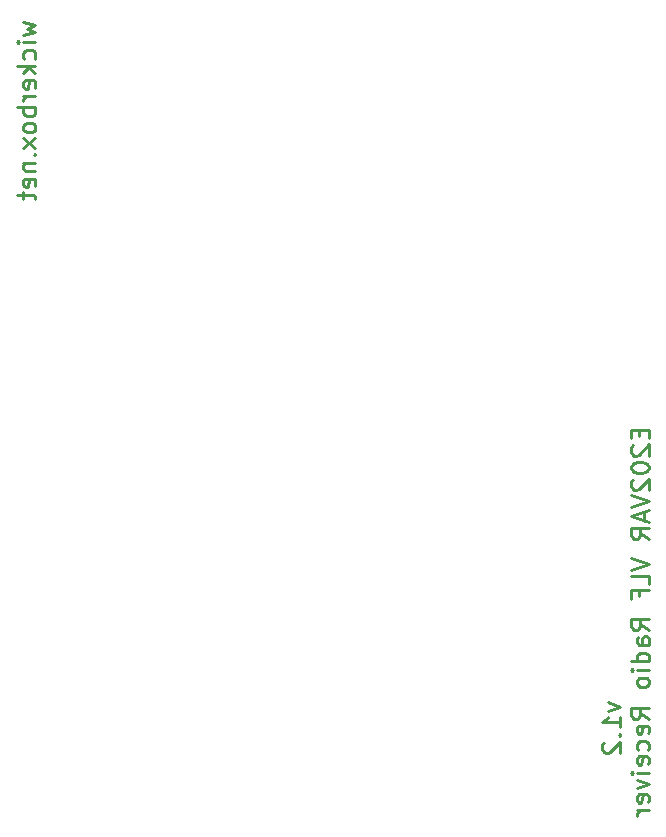
<source format=gbo>
G04 This is an RS-274x file exported by *
G04 gerbv version 2.6.0 *
G04 More information is available about gerbv at *
G04 http://gerbv.gpleda.org/ *
G04 --End of header info--*
%MOIN*%
%FSLAX34Y34*%
%IPPOS*%
G04 --Define apertures--*
%ADD10C,0.0138*%
%ADD11C,0.0100*%
G04 --Start main section--*
G54D11*
G01X0043021Y-042743D02*
G01X0043421Y-042886D01*
G01X0043421Y-042886D02*
G01X0043021Y-043029D01*
G01X0043421Y-043571D02*
G01X0043421Y-043229D01*
G01X0043421Y-043400D02*
G01X0042821Y-043400D01*
G01X0042821Y-043400D02*
G01X0042907Y-043343D01*
G01X0042907Y-043343D02*
G01X0042964Y-043286D01*
G01X0042964Y-043286D02*
G01X0042993Y-043229D01*
G01X0043364Y-043829D02*
G01X0043393Y-043857D01*
G01X0043393Y-043857D02*
G01X0043421Y-043829D01*
G01X0043421Y-043829D02*
G01X0043393Y-043800D01*
G01X0043393Y-043800D02*
G01X0043364Y-043829D01*
G01X0043364Y-043829D02*
G01X0043421Y-043829D01*
G01X0042879Y-044086D02*
G01X0042850Y-044114D01*
G01X0042850Y-044114D02*
G01X0042821Y-044171D01*
G01X0042821Y-044171D02*
G01X0042821Y-044314D01*
G01X0042821Y-044314D02*
G01X0042850Y-044371D01*
G01X0042850Y-044371D02*
G01X0042879Y-044400D01*
G01X0042879Y-044400D02*
G01X0042936Y-044429D01*
G01X0042936Y-044429D02*
G01X0042993Y-044429D01*
G01X0042993Y-044429D02*
G01X0043079Y-044400D01*
G01X0043079Y-044400D02*
G01X0043421Y-044057D01*
G01X0043421Y-044057D02*
G01X0043421Y-044429D01*
G01X0023521Y-020057D02*
G01X0023921Y-020171D01*
G01X0023921Y-020171D02*
G01X0023636Y-020286D01*
G01X0023636Y-020286D02*
G01X0023921Y-020400D01*
G01X0023921Y-020400D02*
G01X0023521Y-020514D01*
G01X0023921Y-020743D02*
G01X0023521Y-020743D01*
G01X0023321Y-020743D02*
G01X0023350Y-020714D01*
G01X0023350Y-020714D02*
G01X0023379Y-020743D01*
G01X0023379Y-020743D02*
G01X0023350Y-020771D01*
G01X0023350Y-020771D02*
G01X0023321Y-020743D01*
G01X0023321Y-020743D02*
G01X0023379Y-020743D01*
G01X0023893Y-021286D02*
G01X0023921Y-021229D01*
G01X0023921Y-021229D02*
G01X0023921Y-021114D01*
G01X0023921Y-021114D02*
G01X0023893Y-021057D01*
G01X0023893Y-021057D02*
G01X0023864Y-021029D01*
G01X0023864Y-021029D02*
G01X0023807Y-021000D01*
G01X0023807Y-021000D02*
G01X0023636Y-021000D01*
G01X0023636Y-021000D02*
G01X0023579Y-021029D01*
G01X0023579Y-021029D02*
G01X0023550Y-021057D01*
G01X0023550Y-021057D02*
G01X0023521Y-021114D01*
G01X0023521Y-021114D02*
G01X0023521Y-021229D01*
G01X0023521Y-021229D02*
G01X0023550Y-021286D01*
G01X0023921Y-021543D02*
G01X0023321Y-021543D01*
G01X0023693Y-021600D02*
G01X0023921Y-021771D01*
G01X0023521Y-021771D02*
G01X0023750Y-021543D01*
G01X0023893Y-022257D02*
G01X0023921Y-022200D01*
G01X0023921Y-022200D02*
G01X0023921Y-022086D01*
G01X0023921Y-022086D02*
G01X0023893Y-022029D01*
G01X0023893Y-022029D02*
G01X0023836Y-022000D01*
G01X0023836Y-022000D02*
G01X0023607Y-022000D01*
G01X0023607Y-022000D02*
G01X0023550Y-022029D01*
G01X0023550Y-022029D02*
G01X0023521Y-022086D01*
G01X0023521Y-022086D02*
G01X0023521Y-022200D01*
G01X0023521Y-022200D02*
G01X0023550Y-022257D01*
G01X0023550Y-022257D02*
G01X0023607Y-022286D01*
G01X0023607Y-022286D02*
G01X0023664Y-022286D01*
G01X0023664Y-022286D02*
G01X0023721Y-022000D01*
G01X0023921Y-022543D02*
G01X0023521Y-022543D01*
G01X0023636Y-022543D02*
G01X0023579Y-022571D01*
G01X0023579Y-022571D02*
G01X0023550Y-022600D01*
G01X0023550Y-022600D02*
G01X0023521Y-022657D01*
G01X0023521Y-022657D02*
G01X0023521Y-022714D01*
G01X0023921Y-022914D02*
G01X0023321Y-022914D01*
G01X0023550Y-022914D02*
G01X0023521Y-022971D01*
G01X0023521Y-022971D02*
G01X0023521Y-023086D01*
G01X0023521Y-023086D02*
G01X0023550Y-023143D01*
G01X0023550Y-023143D02*
G01X0023579Y-023171D01*
G01X0023579Y-023171D02*
G01X0023636Y-023200D01*
G01X0023636Y-023200D02*
G01X0023807Y-023200D01*
G01X0023807Y-023200D02*
G01X0023864Y-023171D01*
G01X0023864Y-023171D02*
G01X0023893Y-023143D01*
G01X0023893Y-023143D02*
G01X0023921Y-023086D01*
G01X0023921Y-023086D02*
G01X0023921Y-022971D01*
G01X0023921Y-022971D02*
G01X0023893Y-022914D01*
G01X0023921Y-023543D02*
G01X0023893Y-023486D01*
G01X0023893Y-023486D02*
G01X0023864Y-023457D01*
G01X0023864Y-023457D02*
G01X0023807Y-023429D01*
G01X0023807Y-023429D02*
G01X0023636Y-023429D01*
G01X0023636Y-023429D02*
G01X0023579Y-023457D01*
G01X0023579Y-023457D02*
G01X0023550Y-023486D01*
G01X0023550Y-023486D02*
G01X0023521Y-023543D01*
G01X0023521Y-023543D02*
G01X0023521Y-023629D01*
G01X0023521Y-023629D02*
G01X0023550Y-023686D01*
G01X0023550Y-023686D02*
G01X0023579Y-023714D01*
G01X0023579Y-023714D02*
G01X0023636Y-023743D01*
G01X0023636Y-023743D02*
G01X0023807Y-023743D01*
G01X0023807Y-023743D02*
G01X0023864Y-023714D01*
G01X0023864Y-023714D02*
G01X0023893Y-023686D01*
G01X0023893Y-023686D02*
G01X0023921Y-023629D01*
G01X0023921Y-023629D02*
G01X0023921Y-023543D01*
G01X0023921Y-023943D02*
G01X0023521Y-024257D01*
G01X0023521Y-023943D02*
G01X0023921Y-024257D01*
G01X0023864Y-024486D02*
G01X0023893Y-024514D01*
G01X0023893Y-024514D02*
G01X0023921Y-024486D01*
G01X0023921Y-024486D02*
G01X0023893Y-024457D01*
G01X0023893Y-024457D02*
G01X0023864Y-024486D01*
G01X0023864Y-024486D02*
G01X0023921Y-024486D01*
G01X0023521Y-024771D02*
G01X0023921Y-024771D01*
G01X0023579Y-024771D02*
G01X0023550Y-024800D01*
G01X0023550Y-024800D02*
G01X0023521Y-024857D01*
G01X0023521Y-024857D02*
G01X0023521Y-024943D01*
G01X0023521Y-024943D02*
G01X0023550Y-025000D01*
G01X0023550Y-025000D02*
G01X0023607Y-025029D01*
G01X0023607Y-025029D02*
G01X0023921Y-025029D01*
G01X0023893Y-025543D02*
G01X0023921Y-025486D01*
G01X0023921Y-025486D02*
G01X0023921Y-025371D01*
G01X0023921Y-025371D02*
G01X0023893Y-025314D01*
G01X0023893Y-025314D02*
G01X0023836Y-025286D01*
G01X0023836Y-025286D02*
G01X0023607Y-025286D01*
G01X0023607Y-025286D02*
G01X0023550Y-025314D01*
G01X0023550Y-025314D02*
G01X0023521Y-025371D01*
G01X0023521Y-025371D02*
G01X0023521Y-025486D01*
G01X0023521Y-025486D02*
G01X0023550Y-025543D01*
G01X0023550Y-025543D02*
G01X0023607Y-025571D01*
G01X0023607Y-025571D02*
G01X0023664Y-025571D01*
G01X0023664Y-025571D02*
G01X0023721Y-025286D01*
G01X0023521Y-025743D02*
G01X0023521Y-025971D01*
G01X0023321Y-025829D02*
G01X0023836Y-025829D01*
G01X0023836Y-025829D02*
G01X0023893Y-025857D01*
G01X0023893Y-025857D02*
G01X0023921Y-025914D01*
G01X0023921Y-025914D02*
G01X0023921Y-025971D01*
G01X0044057Y-033664D02*
G01X0044057Y-033864D01*
G01X0044371Y-033950D02*
G01X0044371Y-033664D01*
G01X0044371Y-033664D02*
G01X0043771Y-033664D01*
G01X0043771Y-033664D02*
G01X0043771Y-033950D01*
G01X0043829Y-034179D02*
G01X0043800Y-034207D01*
G01X0043800Y-034207D02*
G01X0043771Y-034264D01*
G01X0043771Y-034264D02*
G01X0043771Y-034407D01*
G01X0043771Y-034407D02*
G01X0043800Y-034464D01*
G01X0043800Y-034464D02*
G01X0043829Y-034493D01*
G01X0043829Y-034493D02*
G01X0043886Y-034521D01*
G01X0043886Y-034521D02*
G01X0043943Y-034521D01*
G01X0043943Y-034521D02*
G01X0044029Y-034493D01*
G01X0044029Y-034493D02*
G01X0044371Y-034150D01*
G01X0044371Y-034150D02*
G01X0044371Y-034521D01*
G01X0043771Y-034893D02*
G01X0043771Y-034950D01*
G01X0043771Y-034950D02*
G01X0043800Y-035007D01*
G01X0043800Y-035007D02*
G01X0043829Y-035036D01*
G01X0043829Y-035036D02*
G01X0043886Y-035064D01*
G01X0043886Y-035064D02*
G01X0044000Y-035093D01*
G01X0044000Y-035093D02*
G01X0044143Y-035093D01*
G01X0044143Y-035093D02*
G01X0044257Y-035064D01*
G01X0044257Y-035064D02*
G01X0044314Y-035036D01*
G01X0044314Y-035036D02*
G01X0044343Y-035007D01*
G01X0044343Y-035007D02*
G01X0044371Y-034950D01*
G01X0044371Y-034950D02*
G01X0044371Y-034893D01*
G01X0044371Y-034893D02*
G01X0044343Y-034836D01*
G01X0044343Y-034836D02*
G01X0044314Y-034807D01*
G01X0044314Y-034807D02*
G01X0044257Y-034779D01*
G01X0044257Y-034779D02*
G01X0044143Y-034750D01*
G01X0044143Y-034750D02*
G01X0044000Y-034750D01*
G01X0044000Y-034750D02*
G01X0043886Y-034779D01*
G01X0043886Y-034779D02*
G01X0043829Y-034807D01*
G01X0043829Y-034807D02*
G01X0043800Y-034836D01*
G01X0043800Y-034836D02*
G01X0043771Y-034893D01*
G01X0043829Y-035321D02*
G01X0043800Y-035350D01*
G01X0043800Y-035350D02*
G01X0043771Y-035407D01*
G01X0043771Y-035407D02*
G01X0043771Y-035550D01*
G01X0043771Y-035550D02*
G01X0043800Y-035607D01*
G01X0043800Y-035607D02*
G01X0043829Y-035636D01*
G01X0043829Y-035636D02*
G01X0043886Y-035664D01*
G01X0043886Y-035664D02*
G01X0043943Y-035664D01*
G01X0043943Y-035664D02*
G01X0044029Y-035636D01*
G01X0044029Y-035636D02*
G01X0044371Y-035293D01*
G01X0044371Y-035293D02*
G01X0044371Y-035664D01*
G01X0043771Y-035836D02*
G01X0044371Y-036036D01*
G01X0044371Y-036036D02*
G01X0043771Y-036236D01*
G01X0044200Y-036407D02*
G01X0044200Y-036693D01*
G01X0044371Y-036350D02*
G01X0043771Y-036550D01*
G01X0043771Y-036550D02*
G01X0044371Y-036750D01*
G01X0044371Y-037293D02*
G01X0044086Y-037093D01*
G01X0044371Y-036950D02*
G01X0043771Y-036950D01*
G01X0043771Y-036950D02*
G01X0043771Y-037179D01*
G01X0043771Y-037179D02*
G01X0043800Y-037236D01*
G01X0043800Y-037236D02*
G01X0043829Y-037264D01*
G01X0043829Y-037264D02*
G01X0043886Y-037293D01*
G01X0043886Y-037293D02*
G01X0043971Y-037293D01*
G01X0043971Y-037293D02*
G01X0044029Y-037264D01*
G01X0044029Y-037264D02*
G01X0044057Y-037236D01*
G01X0044057Y-037236D02*
G01X0044086Y-037179D01*
G01X0044086Y-037179D02*
G01X0044086Y-036950D01*
G01X0043771Y-037921D02*
G01X0044371Y-038121D01*
G01X0044371Y-038121D02*
G01X0043771Y-038321D01*
G01X0044371Y-038807D02*
G01X0044371Y-038521D01*
G01X0044371Y-038521D02*
G01X0043771Y-038521D01*
G01X0044057Y-039207D02*
G01X0044057Y-039007D01*
G01X0044371Y-039007D02*
G01X0043771Y-039007D01*
G01X0043771Y-039007D02*
G01X0043771Y-039293D01*
G01X0044371Y-040321D02*
G01X0044086Y-040121D01*
G01X0044371Y-039979D02*
G01X0043771Y-039979D01*
G01X0043771Y-039979D02*
G01X0043771Y-040207D01*
G01X0043771Y-040207D02*
G01X0043800Y-040264D01*
G01X0043800Y-040264D02*
G01X0043829Y-040293D01*
G01X0043829Y-040293D02*
G01X0043886Y-040321D01*
G01X0043886Y-040321D02*
G01X0043971Y-040321D01*
G01X0043971Y-040321D02*
G01X0044029Y-040293D01*
G01X0044029Y-040293D02*
G01X0044057Y-040264D01*
G01X0044057Y-040264D02*
G01X0044086Y-040207D01*
G01X0044086Y-040207D02*
G01X0044086Y-039979D01*
G01X0044371Y-040836D02*
G01X0044057Y-040836D01*
G01X0044057Y-040836D02*
G01X0044000Y-040807D01*
G01X0044000Y-040807D02*
G01X0043971Y-040750D01*
G01X0043971Y-040750D02*
G01X0043971Y-040636D01*
G01X0043971Y-040636D02*
G01X0044000Y-040579D01*
G01X0044343Y-040836D02*
G01X0044371Y-040779D01*
G01X0044371Y-040779D02*
G01X0044371Y-040636D01*
G01X0044371Y-040636D02*
G01X0044343Y-040579D01*
G01X0044343Y-040579D02*
G01X0044286Y-040550D01*
G01X0044286Y-040550D02*
G01X0044229Y-040550D01*
G01X0044229Y-040550D02*
G01X0044171Y-040579D01*
G01X0044171Y-040579D02*
G01X0044143Y-040636D01*
G01X0044143Y-040636D02*
G01X0044143Y-040779D01*
G01X0044143Y-040779D02*
G01X0044114Y-040836D01*
G01X0044371Y-041379D02*
G01X0043771Y-041379D01*
G01X0044343Y-041379D02*
G01X0044371Y-041321D01*
G01X0044371Y-041321D02*
G01X0044371Y-041207D01*
G01X0044371Y-041207D02*
G01X0044343Y-041150D01*
G01X0044343Y-041150D02*
G01X0044314Y-041121D01*
G01X0044314Y-041121D02*
G01X0044257Y-041093D01*
G01X0044257Y-041093D02*
G01X0044086Y-041093D01*
G01X0044086Y-041093D02*
G01X0044029Y-041121D01*
G01X0044029Y-041121D02*
G01X0044000Y-041150D01*
G01X0044000Y-041150D02*
G01X0043971Y-041207D01*
G01X0043971Y-041207D02*
G01X0043971Y-041321D01*
G01X0043971Y-041321D02*
G01X0044000Y-041379D01*
G01X0044371Y-041664D02*
G01X0043971Y-041664D01*
G01X0043771Y-041664D02*
G01X0043800Y-041636D01*
G01X0043800Y-041636D02*
G01X0043829Y-041664D01*
G01X0043829Y-041664D02*
G01X0043800Y-041693D01*
G01X0043800Y-041693D02*
G01X0043771Y-041664D01*
G01X0043771Y-041664D02*
G01X0043829Y-041664D01*
G01X0044371Y-042036D02*
G01X0044343Y-041979D01*
G01X0044343Y-041979D02*
G01X0044314Y-041950D01*
G01X0044314Y-041950D02*
G01X0044257Y-041921D01*
G01X0044257Y-041921D02*
G01X0044086Y-041921D01*
G01X0044086Y-041921D02*
G01X0044029Y-041950D01*
G01X0044029Y-041950D02*
G01X0044000Y-041979D01*
G01X0044000Y-041979D02*
G01X0043971Y-042036D01*
G01X0043971Y-042036D02*
G01X0043971Y-042121D01*
G01X0043971Y-042121D02*
G01X0044000Y-042179D01*
G01X0044000Y-042179D02*
G01X0044029Y-042207D01*
G01X0044029Y-042207D02*
G01X0044086Y-042236D01*
G01X0044086Y-042236D02*
G01X0044257Y-042236D01*
G01X0044257Y-042236D02*
G01X0044314Y-042207D01*
G01X0044314Y-042207D02*
G01X0044343Y-042179D01*
G01X0044343Y-042179D02*
G01X0044371Y-042121D01*
G01X0044371Y-042121D02*
G01X0044371Y-042036D01*
G01X0044371Y-043293D02*
G01X0044086Y-043093D01*
G01X0044371Y-042950D02*
G01X0043771Y-042950D01*
G01X0043771Y-042950D02*
G01X0043771Y-043179D01*
G01X0043771Y-043179D02*
G01X0043800Y-043236D01*
G01X0043800Y-043236D02*
G01X0043829Y-043264D01*
G01X0043829Y-043264D02*
G01X0043886Y-043293D01*
G01X0043886Y-043293D02*
G01X0043971Y-043293D01*
G01X0043971Y-043293D02*
G01X0044029Y-043264D01*
G01X0044029Y-043264D02*
G01X0044057Y-043236D01*
G01X0044057Y-043236D02*
G01X0044086Y-043179D01*
G01X0044086Y-043179D02*
G01X0044086Y-042950D01*
G01X0044343Y-043779D02*
G01X0044371Y-043721D01*
G01X0044371Y-043721D02*
G01X0044371Y-043607D01*
G01X0044371Y-043607D02*
G01X0044343Y-043550D01*
G01X0044343Y-043550D02*
G01X0044286Y-043521D01*
G01X0044286Y-043521D02*
G01X0044057Y-043521D01*
G01X0044057Y-043521D02*
G01X0044000Y-043550D01*
G01X0044000Y-043550D02*
G01X0043971Y-043607D01*
G01X0043971Y-043607D02*
G01X0043971Y-043721D01*
G01X0043971Y-043721D02*
G01X0044000Y-043779D01*
G01X0044000Y-043779D02*
G01X0044057Y-043807D01*
G01X0044057Y-043807D02*
G01X0044114Y-043807D01*
G01X0044114Y-043807D02*
G01X0044171Y-043521D01*
G01X0044343Y-044321D02*
G01X0044371Y-044264D01*
G01X0044371Y-044264D02*
G01X0044371Y-044150D01*
G01X0044371Y-044150D02*
G01X0044343Y-044093D01*
G01X0044343Y-044093D02*
G01X0044314Y-044064D01*
G01X0044314Y-044064D02*
G01X0044257Y-044036D01*
G01X0044257Y-044036D02*
G01X0044086Y-044036D01*
G01X0044086Y-044036D02*
G01X0044029Y-044064D01*
G01X0044029Y-044064D02*
G01X0044000Y-044093D01*
G01X0044000Y-044093D02*
G01X0043971Y-044150D01*
G01X0043971Y-044150D02*
G01X0043971Y-044264D01*
G01X0043971Y-044264D02*
G01X0044000Y-044321D01*
G01X0044343Y-044807D02*
G01X0044371Y-044750D01*
G01X0044371Y-044750D02*
G01X0044371Y-044636D01*
G01X0044371Y-044636D02*
G01X0044343Y-044579D01*
G01X0044343Y-044579D02*
G01X0044286Y-044550D01*
G01X0044286Y-044550D02*
G01X0044057Y-044550D01*
G01X0044057Y-044550D02*
G01X0044000Y-044579D01*
G01X0044000Y-044579D02*
G01X0043971Y-044636D01*
G01X0043971Y-044636D02*
G01X0043971Y-044750D01*
G01X0043971Y-044750D02*
G01X0044000Y-044807D01*
G01X0044000Y-044807D02*
G01X0044057Y-044836D01*
G01X0044057Y-044836D02*
G01X0044114Y-044836D01*
G01X0044114Y-044836D02*
G01X0044171Y-044550D01*
G01X0044371Y-045093D02*
G01X0043971Y-045093D01*
G01X0043771Y-045093D02*
G01X0043800Y-045064D01*
G01X0043800Y-045064D02*
G01X0043829Y-045093D01*
G01X0043829Y-045093D02*
G01X0043800Y-045121D01*
G01X0043800Y-045121D02*
G01X0043771Y-045093D01*
G01X0043771Y-045093D02*
G01X0043829Y-045093D01*
G01X0043971Y-045321D02*
G01X0044371Y-045464D01*
G01X0044371Y-045464D02*
G01X0043971Y-045607D01*
G01X0044343Y-046064D02*
G01X0044371Y-046007D01*
G01X0044371Y-046007D02*
G01X0044371Y-045893D01*
G01X0044371Y-045893D02*
G01X0044343Y-045836D01*
G01X0044343Y-045836D02*
G01X0044286Y-045807D01*
G01X0044286Y-045807D02*
G01X0044057Y-045807D01*
G01X0044057Y-045807D02*
G01X0044000Y-045836D01*
G01X0044000Y-045836D02*
G01X0043971Y-045893D01*
G01X0043971Y-045893D02*
G01X0043971Y-046007D01*
G01X0043971Y-046007D02*
G01X0044000Y-046064D01*
G01X0044000Y-046064D02*
G01X0044057Y-046093D01*
G01X0044057Y-046093D02*
G01X0044114Y-046093D01*
G01X0044114Y-046093D02*
G01X0044171Y-045807D01*
G01X0044371Y-046350D02*
G01X0043971Y-046350D01*
G01X0044086Y-046350D02*
G01X0044029Y-046379D01*
G01X0044029Y-046379D02*
G01X0044000Y-046407D01*
G01X0044000Y-046407D02*
G01X0043971Y-046464D01*
G01X0043971Y-046464D02*
G01X0043971Y-046521D01*
M02*

</source>
